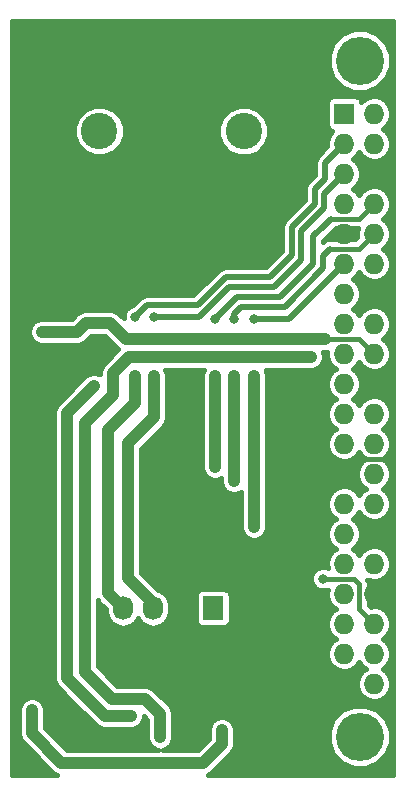
<source format=gbl>
G04 #@! TF.FileFunction,Copper,L2,Bot,Signal*
%FSLAX46Y46*%
G04 Gerber Fmt 4.6, Leading zero omitted, Abs format (unit mm)*
G04 Created by KiCad (PCBNEW 4.0.0-rc1-stable) date 24.2.2017 9:52:46*
%MOMM*%
G01*
G04 APERTURE LIST*
%ADD10C,0.100000*%
%ADD11R,1.727200X1.727200*%
%ADD12O,1.727200X1.727200*%
%ADD13C,4.064000*%
%ADD14O,3.400000X2.200000*%
%ADD15R,1.727200X2.032000*%
%ADD16O,1.727200X2.032000*%
%ADD17C,3.080000*%
%ADD18C,0.800000*%
%ADD19C,1.000000*%
%ADD20C,0.200000*%
%ADD21C,0.400000*%
%ADD22C,0.500000*%
G04 APERTURE END LIST*
D10*
D11*
X28800000Y56640000D03*
D12*
X31340000Y56640000D03*
X28800000Y54100000D03*
X31340000Y54100000D03*
X28800000Y51560000D03*
X31340000Y51560000D03*
X28800000Y49020000D03*
X31340000Y49020000D03*
X28800000Y46480000D03*
X31340000Y46480000D03*
X28800000Y43940000D03*
X31340000Y43940000D03*
X28800000Y41400000D03*
X31340000Y41400000D03*
X28800000Y38860000D03*
X31340000Y38860000D03*
X28800000Y36320000D03*
X31340000Y36320000D03*
X28800000Y33780000D03*
X31340000Y33780000D03*
X28800000Y31240000D03*
X31340000Y31240000D03*
X28800000Y28700000D03*
X31340000Y28700000D03*
X28800000Y26160000D03*
X31340000Y26160000D03*
X28800000Y23620000D03*
X31340000Y23620000D03*
X28800000Y21080000D03*
X31340000Y21080000D03*
X28800000Y18540000D03*
X31340000Y18540000D03*
X28800000Y16000000D03*
X31340000Y16000000D03*
X28800000Y13460000D03*
X31340000Y13460000D03*
X28800000Y10920000D03*
X31340000Y10920000D03*
X28800000Y8380000D03*
X31340000Y8380000D03*
D13*
X30115000Y3880000D03*
X30110000Y61140000D03*
D14*
X2510000Y15320000D03*
D15*
X17710000Y14770000D03*
D16*
X15170000Y14770000D03*
X12630000Y14770000D03*
X10090000Y14770000D03*
D14*
X25310000Y15320000D03*
D17*
X20290000Y55160000D03*
X22830000Y52610000D03*
X17750000Y52610000D03*
X22830000Y57710000D03*
X17750000Y57710000D03*
X8070000Y55170000D03*
X10610000Y52620000D03*
X5530000Y52620000D03*
X10610000Y57720000D03*
X5530000Y57720000D03*
D18*
X2380000Y6150000D03*
X18420000Y4480000D03*
X15760700Y34450020D03*
X14450060Y34460180D03*
X21550000Y16270000D03*
X17860000Y20760000D03*
X15760000Y25340000D03*
X15360000Y28080000D03*
X15760000Y23020000D03*
X20050000Y18340000D03*
X21440000Y13240000D03*
X13300000Y25350000D03*
X14400000Y31220000D03*
X13290000Y28180000D03*
X13300000Y23030000D03*
X23470000Y11300000D03*
X26630000Y9640000D03*
X20690000Y9660000D03*
X22680000Y3370000D03*
X2500000Y1750000D03*
X25310000Y28030000D03*
X3240000Y19140000D03*
X3400000Y43270000D03*
X9670000Y46970000D03*
X8100000Y48540000D03*
X6380000Y50260000D03*
X7190000Y49450000D03*
X8930000Y47710000D03*
X10370000Y46270000D03*
X12620000Y49470000D03*
X14200000Y47890000D03*
X15780000Y49480000D03*
X16590000Y50290000D03*
X14970000Y48660000D03*
X13410000Y48680000D03*
X11910000Y50180000D03*
X19150000Y47170000D03*
X20650000Y48670000D03*
X22100000Y50120000D03*
X21320000Y49340000D03*
X19890000Y47910000D03*
X18460000Y46480000D03*
X15770000Y31200000D03*
X7700000Y37440000D03*
X2030000Y26770000D03*
X11840000Y9370000D03*
X15540000Y4480000D03*
X25981660Y36034980D03*
X13240000Y3860000D03*
X11120000Y39450000D03*
X11127740Y34460180D03*
X12680000Y39440000D03*
X12677140Y34465260D03*
X7620000Y33620000D03*
X10740000Y5620000D03*
X17884140Y34465260D03*
X17890000Y39230000D03*
X17890000Y26750000D03*
X19458940Y34465260D03*
X19460000Y39250000D03*
X19460000Y25500000D03*
X21186140Y34450020D03*
X21180000Y39250000D03*
X21180000Y21680000D03*
X27020000Y17270000D03*
X3248660Y38190000D03*
D19*
X2380000Y6150000D02*
X2380000Y4180000D01*
X18420000Y3270000D02*
X18420000Y4480000D01*
X16850000Y1700000D02*
X18420000Y3270000D01*
X4860000Y1700000D02*
X16850000Y1700000D01*
X2380000Y4180000D02*
X4860000Y1700000D01*
X15760700Y34450020D02*
X15760000Y34450020D01*
X15760000Y34450020D02*
X15760700Y34450020D01*
X15760700Y34450020D02*
X15760000Y34450020D01*
X14450060Y34460180D02*
X14450000Y34460180D01*
X14450000Y34460180D02*
X14450060Y34460180D01*
X14450060Y34460180D02*
X14450000Y34460180D01*
D20*
X20050000Y17770000D02*
X21550000Y16270000D01*
X15760000Y22860000D02*
X17860000Y20760000D01*
X15360000Y25740000D02*
X15760000Y25340000D01*
X15360000Y28080000D02*
X15360000Y25740000D01*
X15760000Y23020000D02*
X15760000Y22860000D01*
X20050000Y18340000D02*
X20050000Y17770000D01*
X13290000Y25360000D02*
X13300000Y25350000D01*
X14400000Y31220000D02*
X14400000Y29290000D01*
D19*
X14450000Y31270000D02*
X14400000Y31220000D01*
X14450000Y34460180D02*
X14450000Y31270000D01*
D20*
X14400000Y29290000D02*
X13290000Y28180000D01*
X13290000Y28180000D02*
X13290000Y25360000D01*
X20720000Y9630000D02*
X20720000Y9620000D01*
X20690000Y9660000D02*
X20720000Y9630000D01*
X25310000Y28030000D02*
X25310000Y28040000D01*
X3400000Y43270000D02*
X3400000Y43260000D01*
X10370000Y46270000D02*
X9670000Y46970000D01*
X8930000Y47710000D02*
X8100000Y48540000D01*
X7190000Y49450000D02*
X6380000Y50260000D01*
X15780000Y49480000D02*
X16590000Y50290000D01*
X14200000Y47890000D02*
X14970000Y48660000D01*
X12620000Y49470000D02*
X13410000Y48680000D01*
X18460000Y46480000D02*
X19150000Y47170000D01*
X19890000Y47910000D02*
X20650000Y48670000D01*
X21320000Y49340000D02*
X22100000Y50120000D01*
D19*
X15760000Y31210000D02*
X15770000Y31200000D01*
X15760000Y34450020D02*
X15760000Y31210000D01*
D21*
X31340000Y41400000D02*
X31370000Y41370000D01*
X31370000Y41370000D02*
X32820000Y41370000D01*
X31340000Y51560000D02*
X32820000Y50080000D01*
X32820000Y50080000D02*
X32820000Y41370000D01*
X32820000Y41370000D02*
X32820000Y39920000D01*
X32820000Y39920000D02*
X32820000Y35260000D01*
X32820000Y35260000D02*
X31340000Y33780000D01*
X28800000Y26160000D02*
X30070000Y27430000D01*
X30070000Y27430000D02*
X32810000Y27430000D01*
X31340000Y33780000D02*
X32810000Y32310000D01*
X32810000Y32310000D02*
X32810000Y27430000D01*
X32810000Y22550000D02*
X31340000Y21080000D01*
X32810000Y27430000D02*
X32810000Y22550000D01*
X31340000Y21080000D02*
X32810000Y19610000D01*
X32810000Y17470000D02*
X31340000Y16000000D01*
X32810000Y19610000D02*
X32810000Y17470000D01*
D19*
X2030000Y31770000D02*
X7700000Y37440000D01*
X2030000Y26770000D02*
X2030000Y31770000D01*
X15170000Y9370000D02*
X11840000Y9370000D01*
X15170000Y9370000D02*
X15180000Y9370000D01*
X15180000Y9370000D02*
X15170000Y9370000D01*
X15170000Y4850000D02*
X15540000Y4480000D01*
X15170000Y14770000D02*
X15170000Y9370000D01*
X15170000Y9370000D02*
X15170000Y4850000D01*
X15170000Y14770000D02*
X15170000Y15530000D01*
X15170000Y15530000D02*
X16410000Y16770000D01*
X16410000Y16770000D02*
X19010000Y16770000D01*
X19010000Y16770000D02*
X20460000Y15320000D01*
X20460000Y15320000D02*
X25310000Y15320000D01*
X17750000Y57710000D02*
X22830000Y57710000D01*
X5530000Y57720000D02*
X10610000Y57720000D01*
X9200000Y32790000D02*
X9200000Y34676200D01*
X10558780Y36034980D02*
X22816820Y36034980D01*
X9200000Y34676200D02*
X10558780Y36034980D01*
X22816820Y36034980D02*
X25981660Y36034980D01*
X9200000Y34183320D02*
X9200000Y32790000D01*
X13240000Y3860000D02*
X13240000Y5790000D01*
X6830000Y9390000D02*
X6830000Y11030000D01*
X9140000Y7080000D02*
X6830000Y9390000D01*
X11950000Y7080000D02*
X9140000Y7080000D01*
X13240000Y5790000D02*
X11950000Y7080000D01*
X6830000Y11030000D02*
X6830000Y30420000D01*
X6830000Y30420000D02*
X9200000Y32790000D01*
D22*
X12100000Y40430000D02*
X16390000Y40430000D01*
X16390000Y40430000D02*
X18760000Y42800000D01*
X18760000Y42800000D02*
X22530000Y42800000D01*
X22530000Y42800000D02*
X24370000Y44640000D01*
X24370000Y44640000D02*
X24370000Y47040000D01*
X24370000Y47040000D02*
X26300000Y48970000D01*
X26300000Y48970000D02*
X26300000Y50230000D01*
X26300000Y50230000D02*
X27190000Y51120000D01*
X27190000Y51120000D02*
X27190000Y52490000D01*
X28800000Y54100000D02*
X27190000Y52490000D01*
X11120000Y39450000D02*
X12100000Y40430000D01*
D19*
X11127740Y34460180D02*
X11130000Y34460180D01*
X11130000Y34460180D02*
X11127740Y34460180D01*
X11127740Y34460180D02*
X11130000Y34460180D01*
X8830000Y29870000D02*
X11130000Y32170000D01*
X11130000Y32170000D02*
X11130000Y34460180D01*
X10090000Y14770000D02*
X8830000Y16030000D01*
X8830000Y29870000D02*
X8830000Y16030000D01*
D22*
X16530000Y39440000D02*
X19070000Y41980000D01*
X19070000Y41980000D02*
X22860000Y41980000D01*
X22860000Y41980000D02*
X25140000Y44260000D01*
X25140000Y44260000D02*
X25140000Y46680000D01*
X25140000Y46680000D02*
X27080000Y48620000D01*
X27080000Y48620000D02*
X27080000Y49840000D01*
X28800000Y51560000D02*
X27080000Y49840000D01*
X12680000Y39440000D02*
X16530000Y39440000D01*
D19*
X12677140Y34465260D02*
X12680000Y34465260D01*
X12680000Y34465260D02*
X12677140Y34465260D01*
X12677140Y34465260D02*
X12680000Y34465260D01*
X10500000Y17320000D02*
X10500000Y28740000D01*
X12630000Y15190000D02*
X10500000Y17320000D01*
X12680000Y30920000D02*
X12680000Y34465260D01*
X10500000Y28740000D02*
X12680000Y30920000D01*
X12630000Y14770000D02*
X12630000Y15190000D01*
X7620000Y33620000D02*
X5310000Y31310000D01*
X5310000Y8840000D02*
X6490000Y7660000D01*
X5310000Y31310000D02*
X5310000Y8840000D01*
X6490000Y7660000D02*
X8530000Y5620000D01*
X8530000Y5620000D02*
X10740000Y5620000D01*
X17884140Y34465260D02*
X17890000Y34465260D01*
X17890000Y34465260D02*
X17884140Y34465260D01*
X17884140Y34465260D02*
X17890000Y34465260D01*
D22*
X19740000Y41080000D02*
X23330000Y41080000D01*
X23330000Y41080000D02*
X26170000Y43920000D01*
X26170000Y43920000D02*
X26170000Y46250000D01*
X27670000Y47750000D02*
X26170000Y46250000D01*
X17890000Y39230000D02*
X19740000Y41080000D01*
D19*
X17890000Y34465260D02*
X17890000Y26750000D01*
D21*
X31340000Y49020000D02*
X30070000Y47750000D01*
X27670000Y47750000D02*
X26880000Y46960000D01*
X30070000Y47750000D02*
X27670000Y47750000D01*
D19*
X19458940Y34465260D02*
X19460000Y34465260D01*
X19460000Y34465260D02*
X19458940Y34465260D01*
X19458940Y34465260D02*
X19460000Y34465260D01*
D21*
X30070000Y45210000D02*
X27620000Y45210000D01*
X31340000Y46480000D02*
X30070000Y45210000D01*
D22*
X19460000Y39660000D02*
X20100000Y40300000D01*
X20100000Y40300000D02*
X23760000Y40300000D01*
X23760000Y40300000D02*
X27020000Y43560000D01*
X27020000Y43560000D02*
X27020000Y44610000D01*
X27020000Y44610000D02*
X27620000Y45210000D01*
X19460000Y39250000D02*
X19460000Y39660000D01*
D19*
X19460000Y25500000D02*
X19460000Y34465260D01*
X21186140Y34450020D02*
X21180000Y34450020D01*
X21180000Y34450020D02*
X21186140Y34450020D01*
X21186140Y34450020D02*
X21180000Y34450020D01*
D22*
X28800000Y43940000D02*
X24110000Y39250000D01*
X21180000Y39250000D02*
X24110000Y39250000D01*
D19*
X21180000Y34450020D02*
X21180000Y21680000D01*
D21*
X28280000Y17270000D02*
X27020000Y17270000D01*
X30070000Y16790000D02*
X29590000Y17270000D01*
X29590000Y17270000D02*
X28280000Y17270000D01*
X30070000Y15690000D02*
X30070000Y16790000D01*
X31340000Y13460000D02*
X30070000Y14730000D01*
X30070000Y14730000D02*
X30070000Y15690000D01*
X30070000Y15690000D02*
X30070000Y16390000D01*
D19*
X3248660Y38190000D02*
X6175840Y38190000D01*
D21*
X30070540Y37589460D02*
X31340000Y36320000D01*
X30070540Y37589460D02*
X27772360Y37589460D01*
X27772360Y37589460D02*
X27195780Y37589460D01*
D19*
X27150060Y37543740D02*
X27195780Y37589460D01*
X10358120Y37543740D02*
X27150060Y37543740D01*
X8978900Y38922960D02*
X10358120Y37543740D01*
X6908800Y38922960D02*
X8978900Y38922960D01*
X6175840Y38190000D02*
X6908800Y38922960D01*
D21*
X3248660Y38190000D02*
X3248660Y38183820D01*
G36*
X32905000Y675000D02*
X17227048Y675000D01*
X17270952Y683733D01*
X17627817Y922183D01*
X19197817Y2492182D01*
X19403494Y2800000D01*
X19436267Y2849048D01*
X19520000Y3270000D01*
X19520000Y3358760D01*
X27482544Y3358760D01*
X27882398Y2391039D01*
X28622145Y1650000D01*
X29589166Y1248458D01*
X30636240Y1247544D01*
X31603961Y1647398D01*
X32345000Y2387145D01*
X32746542Y3354166D01*
X32747456Y4401240D01*
X32347602Y5368961D01*
X31607855Y6110000D01*
X30640834Y6511542D01*
X29593760Y6512456D01*
X28626039Y6112602D01*
X27885000Y5372855D01*
X27483458Y4405834D01*
X27482544Y3358760D01*
X19520000Y3358760D01*
X19520000Y4480000D01*
X19436267Y4900952D01*
X19197817Y5257817D01*
X18840952Y5496267D01*
X18420000Y5580000D01*
X17999048Y5496267D01*
X17642183Y5257817D01*
X17403733Y4900952D01*
X17320000Y4480000D01*
X17320000Y3725635D01*
X16394366Y2800000D01*
X13441093Y2800000D01*
X13660952Y2843733D01*
X14017817Y3082183D01*
X14256267Y3439048D01*
X14340000Y3860000D01*
X14340000Y5790000D01*
X14256267Y6210952D01*
X14131408Y6397817D01*
X14017817Y6567818D01*
X12727817Y7857817D01*
X12727816Y7857818D01*
X12370952Y8096267D01*
X11950000Y8180000D01*
X9595635Y8180000D01*
X7930000Y9845634D01*
X7930000Y15435042D01*
X7964204Y15383853D01*
X8052183Y15252183D01*
X8626400Y14677966D01*
X8626400Y14585941D01*
X8737810Y14025846D01*
X9055079Y13551020D01*
X9529905Y13233751D01*
X10090000Y13122341D01*
X10650095Y13233751D01*
X11124921Y13551020D01*
X11360000Y13902840D01*
X11595079Y13551020D01*
X12069905Y13233751D01*
X12630000Y13122341D01*
X13190095Y13233751D01*
X13664921Y13551020D01*
X13982190Y14025846D01*
X14093600Y14585941D01*
X14093600Y14954059D01*
X13982190Y15514154D01*
X13800549Y15786000D01*
X16234646Y15786000D01*
X16234646Y13754000D01*
X16276483Y13531654D01*
X16407890Y13327442D01*
X16608393Y13190444D01*
X16846400Y13142246D01*
X18573600Y13142246D01*
X18795946Y13184083D01*
X19000158Y13315490D01*
X19137156Y13515993D01*
X19185354Y13754000D01*
X19185354Y15786000D01*
X19143517Y16008346D01*
X19012110Y16212558D01*
X18811607Y16349556D01*
X18573600Y16397754D01*
X16846400Y16397754D01*
X16624054Y16355917D01*
X16419842Y16224510D01*
X16282844Y16024007D01*
X16234646Y15786000D01*
X13800549Y15786000D01*
X13664921Y15988980D01*
X13190095Y16306249D01*
X13039413Y16336221D01*
X11600000Y17775634D01*
X11600000Y28284366D01*
X13457818Y30142183D01*
X13696268Y30499049D01*
X13780000Y30920000D01*
X13780000Y34465260D01*
X13696267Y34886212D01*
X13663681Y34934980D01*
X16900459Y34934980D01*
X16867873Y34886212D01*
X16784140Y34465260D01*
X16790000Y34435800D01*
X16790000Y26750000D01*
X16873733Y26329048D01*
X17112183Y25972183D01*
X17469048Y25733733D01*
X17890000Y25650000D01*
X18310952Y25733733D01*
X18360000Y25766506D01*
X18360000Y25500000D01*
X18443733Y25079048D01*
X18682183Y24722183D01*
X19039048Y24483733D01*
X19460000Y24400000D01*
X19880952Y24483733D01*
X20080000Y24616733D01*
X20080000Y21680000D01*
X20163733Y21259048D01*
X20402183Y20902183D01*
X20759048Y20663733D01*
X21180000Y20580000D01*
X21600952Y20663733D01*
X21957817Y20902183D01*
X22196267Y21259048D01*
X22280000Y21680000D01*
X22280000Y34419152D01*
X22286140Y34450020D01*
X22202407Y34870972D01*
X22159638Y34934980D01*
X25981660Y34934980D01*
X26402612Y35018713D01*
X26759477Y35257163D01*
X26997927Y35614028D01*
X27081660Y36034980D01*
X27000352Y36443740D01*
X27150060Y36443740D01*
X27363765Y36486249D01*
X27336400Y36348674D01*
X27336400Y36291326D01*
X27447810Y35731231D01*
X27765079Y35256405D01*
X28073986Y35050000D01*
X27765079Y34843595D01*
X27447810Y34368769D01*
X27336400Y33808674D01*
X27336400Y33751326D01*
X27447810Y33191231D01*
X27765079Y32716405D01*
X28073986Y32510000D01*
X27765079Y32303595D01*
X27447810Y31828769D01*
X27336400Y31268674D01*
X27336400Y31211326D01*
X27447810Y30651231D01*
X27765079Y30176405D01*
X28073986Y29970000D01*
X27765079Y29763595D01*
X27447810Y29288769D01*
X27336400Y28728674D01*
X27336400Y28671326D01*
X27447810Y28111231D01*
X27765079Y27636405D01*
X28239905Y27319136D01*
X28800000Y27207726D01*
X29360095Y27319136D01*
X29834921Y27636405D01*
X30070000Y27988225D01*
X30305079Y27636405D01*
X30613986Y27430000D01*
X30305079Y27223595D01*
X29987810Y26748769D01*
X29876400Y26188674D01*
X29876400Y26131326D01*
X29987810Y25571231D01*
X30305079Y25096405D01*
X30613986Y24890000D01*
X30305079Y24683595D01*
X30070000Y24331775D01*
X29834921Y24683595D01*
X29360095Y25000864D01*
X28800000Y25112274D01*
X28239905Y25000864D01*
X27765079Y24683595D01*
X27447810Y24208769D01*
X27336400Y23648674D01*
X27336400Y23591326D01*
X27447810Y23031231D01*
X27765079Y22556405D01*
X28073986Y22350000D01*
X27765079Y22143595D01*
X27447810Y21668769D01*
X27336400Y21108674D01*
X27336400Y21051326D01*
X27447810Y20491231D01*
X27765079Y20016405D01*
X28073986Y19810000D01*
X27765079Y19603595D01*
X27447810Y19128769D01*
X27336400Y18568674D01*
X27336400Y18511326D01*
X27399261Y18195301D01*
X27219785Y18269826D01*
X26821960Y18270173D01*
X26454286Y18118253D01*
X26172736Y17837194D01*
X26020174Y17469785D01*
X26019827Y17071960D01*
X26171747Y16704286D01*
X26452806Y16422736D01*
X26820215Y16270174D01*
X27218040Y16269827D01*
X27399263Y16344707D01*
X27336400Y16028674D01*
X27336400Y15971326D01*
X27447810Y15411231D01*
X27765079Y14936405D01*
X28073986Y14730000D01*
X27765079Y14523595D01*
X27447810Y14048769D01*
X27336400Y13488674D01*
X27336400Y13431326D01*
X27447810Y12871231D01*
X27765079Y12396405D01*
X28073986Y12190000D01*
X27765079Y11983595D01*
X27447810Y11508769D01*
X27336400Y10948674D01*
X27336400Y10891326D01*
X27447810Y10331231D01*
X27765079Y9856405D01*
X28239905Y9539136D01*
X28800000Y9427726D01*
X29360095Y9539136D01*
X29834921Y9856405D01*
X30070000Y10208225D01*
X30305079Y9856405D01*
X30613986Y9650000D01*
X30305079Y9443595D01*
X29987810Y8968769D01*
X29876400Y8408674D01*
X29876400Y8351326D01*
X29987810Y7791231D01*
X30305079Y7316405D01*
X30779905Y6999136D01*
X31340000Y6887726D01*
X31900095Y6999136D01*
X32374921Y7316405D01*
X32692190Y7791231D01*
X32803600Y8351326D01*
X32803600Y8408674D01*
X32692190Y8968769D01*
X32374921Y9443595D01*
X32066014Y9650000D01*
X32374921Y9856405D01*
X32692190Y10331231D01*
X32803600Y10891326D01*
X32803600Y10948674D01*
X32692190Y11508769D01*
X32374921Y11983595D01*
X32066014Y12190000D01*
X32374921Y12396405D01*
X32692190Y12871231D01*
X32803600Y13431326D01*
X32803600Y13488674D01*
X32692190Y14048769D01*
X32374921Y14523595D01*
X31900095Y14840864D01*
X31340000Y14952274D01*
X31038974Y14892396D01*
X30870000Y15061370D01*
X30870000Y16790000D01*
X30809104Y17096147D01*
X30756620Y17174695D01*
X30779905Y17159136D01*
X31340000Y17047726D01*
X31900095Y17159136D01*
X32374921Y17476405D01*
X32692190Y17951231D01*
X32803600Y18511326D01*
X32803600Y18568674D01*
X32692190Y19128769D01*
X32374921Y19603595D01*
X31900095Y19920864D01*
X31340000Y20032274D01*
X30779905Y19920864D01*
X30305079Y19603595D01*
X30070000Y19251775D01*
X29834921Y19603595D01*
X29526014Y19810000D01*
X29834921Y20016405D01*
X30152190Y20491231D01*
X30263600Y21051326D01*
X30263600Y21108674D01*
X30152190Y21668769D01*
X29834921Y22143595D01*
X29526014Y22350000D01*
X29834921Y22556405D01*
X30070000Y22908225D01*
X30305079Y22556405D01*
X30779905Y22239136D01*
X31340000Y22127726D01*
X31900095Y22239136D01*
X32374921Y22556405D01*
X32692190Y23031231D01*
X32803600Y23591326D01*
X32803600Y23648674D01*
X32692190Y24208769D01*
X32374921Y24683595D01*
X32066014Y24890000D01*
X32374921Y25096405D01*
X32692190Y25571231D01*
X32803600Y26131326D01*
X32803600Y26188674D01*
X32692190Y26748769D01*
X32374921Y27223595D01*
X32066014Y27430000D01*
X32374921Y27636405D01*
X32692190Y28111231D01*
X32803600Y28671326D01*
X32803600Y28728674D01*
X32692190Y29288769D01*
X32374921Y29763595D01*
X32066014Y29970000D01*
X32374921Y30176405D01*
X32692190Y30651231D01*
X32803600Y31211326D01*
X32803600Y31268674D01*
X32692190Y31828769D01*
X32374921Y32303595D01*
X31900095Y32620864D01*
X31340000Y32732274D01*
X30779905Y32620864D01*
X30305079Y32303595D01*
X30070000Y31951775D01*
X29834921Y32303595D01*
X29526014Y32510000D01*
X29834921Y32716405D01*
X30152190Y33191231D01*
X30263600Y33751326D01*
X30263600Y33808674D01*
X30152190Y34368769D01*
X29834921Y34843595D01*
X29526014Y35050000D01*
X29834921Y35256405D01*
X30070000Y35608225D01*
X30305079Y35256405D01*
X30779905Y34939136D01*
X31340000Y34827726D01*
X31900095Y34939136D01*
X32374921Y35256405D01*
X32692190Y35731231D01*
X32803600Y36291326D01*
X32803600Y36348674D01*
X32692190Y36908769D01*
X32374921Y37383595D01*
X32066014Y37590000D01*
X32374921Y37796405D01*
X32692190Y38271231D01*
X32803600Y38831326D01*
X32803600Y38888674D01*
X32692190Y39448769D01*
X32374921Y39923595D01*
X31900095Y40240864D01*
X31340000Y40352274D01*
X30779905Y40240864D01*
X30305079Y39923595D01*
X30070000Y39571775D01*
X29834921Y39923595D01*
X29526014Y40130000D01*
X29834921Y40336405D01*
X30152190Y40811231D01*
X30263600Y41371326D01*
X30263600Y41428674D01*
X30152190Y41988769D01*
X29834921Y42463595D01*
X29526014Y42670000D01*
X29834921Y42876405D01*
X30070000Y43228225D01*
X30305079Y42876405D01*
X30779905Y42559136D01*
X31340000Y42447726D01*
X31900095Y42559136D01*
X32374921Y42876405D01*
X32692190Y43351231D01*
X32803600Y43911326D01*
X32803600Y43968674D01*
X32692190Y44528769D01*
X32374921Y45003595D01*
X32066014Y45210000D01*
X32374921Y45416405D01*
X32692190Y45891231D01*
X32803600Y46451326D01*
X32803600Y46508674D01*
X32692190Y47068769D01*
X32374921Y47543595D01*
X32066014Y47750000D01*
X32374921Y47956405D01*
X32692190Y48431231D01*
X32803600Y48991326D01*
X32803600Y49048674D01*
X32692190Y49608769D01*
X32374921Y50083595D01*
X31900095Y50400864D01*
X31340000Y50512274D01*
X30779905Y50400864D01*
X30305079Y50083595D01*
X30070000Y49731775D01*
X29834921Y50083595D01*
X29526014Y50290000D01*
X29834921Y50496405D01*
X30152190Y50971231D01*
X30263600Y51531326D01*
X30263600Y51588674D01*
X30152190Y52148769D01*
X29834921Y52623595D01*
X29526014Y52830000D01*
X29834921Y53036405D01*
X30070000Y53388225D01*
X30305079Y53036405D01*
X30779905Y52719136D01*
X31340000Y52607726D01*
X31900095Y52719136D01*
X32374921Y53036405D01*
X32692190Y53511231D01*
X32803600Y54071326D01*
X32803600Y54128674D01*
X32692190Y54688769D01*
X32374921Y55163595D01*
X32066014Y55370000D01*
X32374921Y55576405D01*
X32692190Y56051231D01*
X32803600Y56611326D01*
X32803600Y56668674D01*
X32692190Y57228769D01*
X32374921Y57703595D01*
X31900095Y58020864D01*
X31340000Y58132274D01*
X30779905Y58020864D01*
X30305079Y57703595D01*
X30252523Y57624939D01*
X30233517Y57725946D01*
X30102110Y57930158D01*
X29901607Y58067156D01*
X29663600Y58115354D01*
X27936400Y58115354D01*
X27714054Y58073517D01*
X27509842Y57942110D01*
X27372844Y57741607D01*
X27324646Y57503600D01*
X27324646Y55776400D01*
X27366483Y55554054D01*
X27497890Y55349842D01*
X27698393Y55212844D01*
X27806132Y55191026D01*
X27765079Y55163595D01*
X27447810Y54688769D01*
X27336400Y54128674D01*
X27336400Y54071326D01*
X27375031Y53877113D01*
X26588959Y53091041D01*
X26404702Y52815281D01*
X26340000Y52490000D01*
X26340000Y51472082D01*
X25698959Y50831041D01*
X25514702Y50555281D01*
X25450000Y50230000D01*
X25450000Y49322082D01*
X23768959Y47641041D01*
X23584702Y47365281D01*
X23520000Y47040000D01*
X23520000Y44992082D01*
X22177918Y43650000D01*
X18760000Y43650000D01*
X18434719Y43585298D01*
X18158959Y43401041D01*
X16037918Y41280000D01*
X12100000Y41280000D01*
X11774719Y41215298D01*
X11498959Y41031041D01*
X10915367Y40447449D01*
X10554286Y40298253D01*
X10272736Y40017194D01*
X10120174Y39649785D01*
X10119902Y39337593D01*
X9756717Y39700777D01*
X9612419Y39797194D01*
X9399852Y39939227D01*
X8978900Y40022960D01*
X6908800Y40022960D01*
X6487848Y39939227D01*
X6275281Y39797194D01*
X6130983Y39700777D01*
X5720206Y39290000D01*
X3248660Y39290000D01*
X2827708Y39206267D01*
X2470843Y38967817D01*
X2232393Y38610952D01*
X2148660Y38190000D01*
X2232393Y37769048D01*
X2470843Y37412183D01*
X2827708Y37173733D01*
X3248660Y37090000D01*
X6175840Y37090000D01*
X6596792Y37173733D01*
X6953657Y37412183D01*
X7364434Y37822960D01*
X8523266Y37822960D01*
X9580303Y36765922D01*
X9672490Y36704325D01*
X8422183Y35454017D01*
X8183733Y35097152D01*
X8100000Y34676200D01*
X8100000Y34596812D01*
X8040951Y34636267D01*
X7620000Y34719999D01*
X7199048Y34636267D01*
X6842182Y34397817D01*
X4532183Y32087817D01*
X4293733Y31730952D01*
X4210000Y31310000D01*
X4210000Y8840000D01*
X4293733Y8419048D01*
X4453460Y8180000D01*
X4532183Y8062183D01*
X5712183Y6882183D01*
X7752183Y4842182D01*
X8109049Y4603732D01*
X8530000Y4520000D01*
X10740000Y4520000D01*
X11160952Y4603733D01*
X11517817Y4842183D01*
X11756267Y5199048D01*
X11840000Y5620000D01*
X11836433Y5637932D01*
X12140000Y5334365D01*
X12140000Y3860000D01*
X12223733Y3439048D01*
X12462183Y3082183D01*
X12819048Y2843733D01*
X13038907Y2800000D01*
X5315635Y2800000D01*
X3480000Y4635634D01*
X3480000Y6150000D01*
X3396267Y6570952D01*
X3157817Y6927817D01*
X2800952Y7166267D01*
X2380000Y7250000D01*
X1959048Y7166267D01*
X1602183Y6927817D01*
X1363733Y6570952D01*
X1280000Y6150000D01*
X1280000Y4180000D01*
X1363733Y3759048D01*
X1448793Y3631747D01*
X1602183Y3402183D01*
X4082183Y922182D01*
X4439049Y683732D01*
X4482948Y675000D01*
X675000Y675000D01*
X675000Y54746195D01*
X5929629Y54746195D01*
X6254739Y53959371D01*
X6856205Y53356854D01*
X7642460Y53030372D01*
X8493805Y53029629D01*
X9280629Y53354739D01*
X9883146Y53956205D01*
X10207026Y54736195D01*
X18149629Y54736195D01*
X18474739Y53949371D01*
X19076205Y53346854D01*
X19862460Y53020372D01*
X20713805Y53019629D01*
X21500629Y53344739D01*
X22103146Y53946205D01*
X22429628Y54732460D01*
X22430371Y55583805D01*
X22105261Y56370629D01*
X21503795Y56973146D01*
X20717540Y57299628D01*
X19866195Y57300371D01*
X19079371Y56975261D01*
X18476854Y56373795D01*
X18150372Y55587540D01*
X18149629Y54736195D01*
X10207026Y54736195D01*
X10209628Y54742460D01*
X10210371Y55593805D01*
X9885261Y56380629D01*
X9283795Y56983146D01*
X8497540Y57309628D01*
X7646195Y57310371D01*
X6859371Y56985261D01*
X6256854Y56383795D01*
X5930372Y55597540D01*
X5929629Y54746195D01*
X675000Y54746195D01*
X675000Y60618760D01*
X27477544Y60618760D01*
X27877398Y59651039D01*
X28617145Y58910000D01*
X29584166Y58508458D01*
X30631240Y58507544D01*
X31598961Y58907398D01*
X32340000Y59647145D01*
X32741542Y60614166D01*
X32742456Y61661240D01*
X32342602Y62628961D01*
X31602855Y63370000D01*
X30635834Y63771542D01*
X29588760Y63772456D01*
X28621039Y63372602D01*
X27880000Y62632855D01*
X27478458Y61665834D01*
X27477544Y60618760D01*
X675000Y60618760D01*
X675000Y64475000D01*
X32905000Y64475000D01*
X32905000Y675000D01*
X32905000Y675000D01*
G37*
X32905000Y675000D02*
X17227048Y675000D01*
X17270952Y683733D01*
X17627817Y922183D01*
X19197817Y2492182D01*
X19403494Y2800000D01*
X19436267Y2849048D01*
X19520000Y3270000D01*
X19520000Y3358760D01*
X27482544Y3358760D01*
X27882398Y2391039D01*
X28622145Y1650000D01*
X29589166Y1248458D01*
X30636240Y1247544D01*
X31603961Y1647398D01*
X32345000Y2387145D01*
X32746542Y3354166D01*
X32747456Y4401240D01*
X32347602Y5368961D01*
X31607855Y6110000D01*
X30640834Y6511542D01*
X29593760Y6512456D01*
X28626039Y6112602D01*
X27885000Y5372855D01*
X27483458Y4405834D01*
X27482544Y3358760D01*
X19520000Y3358760D01*
X19520000Y4480000D01*
X19436267Y4900952D01*
X19197817Y5257817D01*
X18840952Y5496267D01*
X18420000Y5580000D01*
X17999048Y5496267D01*
X17642183Y5257817D01*
X17403733Y4900952D01*
X17320000Y4480000D01*
X17320000Y3725635D01*
X16394366Y2800000D01*
X13441093Y2800000D01*
X13660952Y2843733D01*
X14017817Y3082183D01*
X14256267Y3439048D01*
X14340000Y3860000D01*
X14340000Y5790000D01*
X14256267Y6210952D01*
X14131408Y6397817D01*
X14017817Y6567818D01*
X12727817Y7857817D01*
X12727816Y7857818D01*
X12370952Y8096267D01*
X11950000Y8180000D01*
X9595635Y8180000D01*
X7930000Y9845634D01*
X7930000Y15435042D01*
X7964204Y15383853D01*
X8052183Y15252183D01*
X8626400Y14677966D01*
X8626400Y14585941D01*
X8737810Y14025846D01*
X9055079Y13551020D01*
X9529905Y13233751D01*
X10090000Y13122341D01*
X10650095Y13233751D01*
X11124921Y13551020D01*
X11360000Y13902840D01*
X11595079Y13551020D01*
X12069905Y13233751D01*
X12630000Y13122341D01*
X13190095Y13233751D01*
X13664921Y13551020D01*
X13982190Y14025846D01*
X14093600Y14585941D01*
X14093600Y14954059D01*
X13982190Y15514154D01*
X13800549Y15786000D01*
X16234646Y15786000D01*
X16234646Y13754000D01*
X16276483Y13531654D01*
X16407890Y13327442D01*
X16608393Y13190444D01*
X16846400Y13142246D01*
X18573600Y13142246D01*
X18795946Y13184083D01*
X19000158Y13315490D01*
X19137156Y13515993D01*
X19185354Y13754000D01*
X19185354Y15786000D01*
X19143517Y16008346D01*
X19012110Y16212558D01*
X18811607Y16349556D01*
X18573600Y16397754D01*
X16846400Y16397754D01*
X16624054Y16355917D01*
X16419842Y16224510D01*
X16282844Y16024007D01*
X16234646Y15786000D01*
X13800549Y15786000D01*
X13664921Y15988980D01*
X13190095Y16306249D01*
X13039413Y16336221D01*
X11600000Y17775634D01*
X11600000Y28284366D01*
X13457818Y30142183D01*
X13696268Y30499049D01*
X13780000Y30920000D01*
X13780000Y34465260D01*
X13696267Y34886212D01*
X13663681Y34934980D01*
X16900459Y34934980D01*
X16867873Y34886212D01*
X16784140Y34465260D01*
X16790000Y34435800D01*
X16790000Y26750000D01*
X16873733Y26329048D01*
X17112183Y25972183D01*
X17469048Y25733733D01*
X17890000Y25650000D01*
X18310952Y25733733D01*
X18360000Y25766506D01*
X18360000Y25500000D01*
X18443733Y25079048D01*
X18682183Y24722183D01*
X19039048Y24483733D01*
X19460000Y24400000D01*
X19880952Y24483733D01*
X20080000Y24616733D01*
X20080000Y21680000D01*
X20163733Y21259048D01*
X20402183Y20902183D01*
X20759048Y20663733D01*
X21180000Y20580000D01*
X21600952Y20663733D01*
X21957817Y20902183D01*
X22196267Y21259048D01*
X22280000Y21680000D01*
X22280000Y34419152D01*
X22286140Y34450020D01*
X22202407Y34870972D01*
X22159638Y34934980D01*
X25981660Y34934980D01*
X26402612Y35018713D01*
X26759477Y35257163D01*
X26997927Y35614028D01*
X27081660Y36034980D01*
X27000352Y36443740D01*
X27150060Y36443740D01*
X27363765Y36486249D01*
X27336400Y36348674D01*
X27336400Y36291326D01*
X27447810Y35731231D01*
X27765079Y35256405D01*
X28073986Y35050000D01*
X27765079Y34843595D01*
X27447810Y34368769D01*
X27336400Y33808674D01*
X27336400Y33751326D01*
X27447810Y33191231D01*
X27765079Y32716405D01*
X28073986Y32510000D01*
X27765079Y32303595D01*
X27447810Y31828769D01*
X27336400Y31268674D01*
X27336400Y31211326D01*
X27447810Y30651231D01*
X27765079Y30176405D01*
X28073986Y29970000D01*
X27765079Y29763595D01*
X27447810Y29288769D01*
X27336400Y28728674D01*
X27336400Y28671326D01*
X27447810Y28111231D01*
X27765079Y27636405D01*
X28239905Y27319136D01*
X28800000Y27207726D01*
X29360095Y27319136D01*
X29834921Y27636405D01*
X30070000Y27988225D01*
X30305079Y27636405D01*
X30613986Y27430000D01*
X30305079Y27223595D01*
X29987810Y26748769D01*
X29876400Y26188674D01*
X29876400Y26131326D01*
X29987810Y25571231D01*
X30305079Y25096405D01*
X30613986Y24890000D01*
X30305079Y24683595D01*
X30070000Y24331775D01*
X29834921Y24683595D01*
X29360095Y25000864D01*
X28800000Y25112274D01*
X28239905Y25000864D01*
X27765079Y24683595D01*
X27447810Y24208769D01*
X27336400Y23648674D01*
X27336400Y23591326D01*
X27447810Y23031231D01*
X27765079Y22556405D01*
X28073986Y22350000D01*
X27765079Y22143595D01*
X27447810Y21668769D01*
X27336400Y21108674D01*
X27336400Y21051326D01*
X27447810Y20491231D01*
X27765079Y20016405D01*
X28073986Y19810000D01*
X27765079Y19603595D01*
X27447810Y19128769D01*
X27336400Y18568674D01*
X27336400Y18511326D01*
X27399261Y18195301D01*
X27219785Y18269826D01*
X26821960Y18270173D01*
X26454286Y18118253D01*
X26172736Y17837194D01*
X26020174Y17469785D01*
X26019827Y17071960D01*
X26171747Y16704286D01*
X26452806Y16422736D01*
X26820215Y16270174D01*
X27218040Y16269827D01*
X27399263Y16344707D01*
X27336400Y16028674D01*
X27336400Y15971326D01*
X27447810Y15411231D01*
X27765079Y14936405D01*
X28073986Y14730000D01*
X27765079Y14523595D01*
X27447810Y14048769D01*
X27336400Y13488674D01*
X27336400Y13431326D01*
X27447810Y12871231D01*
X27765079Y12396405D01*
X28073986Y12190000D01*
X27765079Y11983595D01*
X27447810Y11508769D01*
X27336400Y10948674D01*
X27336400Y10891326D01*
X27447810Y10331231D01*
X27765079Y9856405D01*
X28239905Y9539136D01*
X28800000Y9427726D01*
X29360095Y9539136D01*
X29834921Y9856405D01*
X30070000Y10208225D01*
X30305079Y9856405D01*
X30613986Y9650000D01*
X30305079Y9443595D01*
X29987810Y8968769D01*
X29876400Y8408674D01*
X29876400Y8351326D01*
X29987810Y7791231D01*
X30305079Y7316405D01*
X30779905Y6999136D01*
X31340000Y6887726D01*
X31900095Y6999136D01*
X32374921Y7316405D01*
X32692190Y7791231D01*
X32803600Y8351326D01*
X32803600Y8408674D01*
X32692190Y8968769D01*
X32374921Y9443595D01*
X32066014Y9650000D01*
X32374921Y9856405D01*
X32692190Y10331231D01*
X32803600Y10891326D01*
X32803600Y10948674D01*
X32692190Y11508769D01*
X32374921Y11983595D01*
X32066014Y12190000D01*
X32374921Y12396405D01*
X32692190Y12871231D01*
X32803600Y13431326D01*
X32803600Y13488674D01*
X32692190Y14048769D01*
X32374921Y14523595D01*
X31900095Y14840864D01*
X31340000Y14952274D01*
X31038974Y14892396D01*
X30870000Y15061370D01*
X30870000Y16790000D01*
X30809104Y17096147D01*
X30756620Y17174695D01*
X30779905Y17159136D01*
X31340000Y17047726D01*
X31900095Y17159136D01*
X32374921Y17476405D01*
X32692190Y17951231D01*
X32803600Y18511326D01*
X32803600Y18568674D01*
X32692190Y19128769D01*
X32374921Y19603595D01*
X31900095Y19920864D01*
X31340000Y20032274D01*
X30779905Y19920864D01*
X30305079Y19603595D01*
X30070000Y19251775D01*
X29834921Y19603595D01*
X29526014Y19810000D01*
X29834921Y20016405D01*
X30152190Y20491231D01*
X30263600Y21051326D01*
X30263600Y21108674D01*
X30152190Y21668769D01*
X29834921Y22143595D01*
X29526014Y22350000D01*
X29834921Y22556405D01*
X30070000Y22908225D01*
X30305079Y22556405D01*
X30779905Y22239136D01*
X31340000Y22127726D01*
X31900095Y22239136D01*
X32374921Y22556405D01*
X32692190Y23031231D01*
X32803600Y23591326D01*
X32803600Y23648674D01*
X32692190Y24208769D01*
X32374921Y24683595D01*
X32066014Y24890000D01*
X32374921Y25096405D01*
X32692190Y25571231D01*
X32803600Y26131326D01*
X32803600Y26188674D01*
X32692190Y26748769D01*
X32374921Y27223595D01*
X32066014Y27430000D01*
X32374921Y27636405D01*
X32692190Y28111231D01*
X32803600Y28671326D01*
X32803600Y28728674D01*
X32692190Y29288769D01*
X32374921Y29763595D01*
X32066014Y29970000D01*
X32374921Y30176405D01*
X32692190Y30651231D01*
X32803600Y31211326D01*
X32803600Y31268674D01*
X32692190Y31828769D01*
X32374921Y32303595D01*
X31900095Y32620864D01*
X31340000Y32732274D01*
X30779905Y32620864D01*
X30305079Y32303595D01*
X30070000Y31951775D01*
X29834921Y32303595D01*
X29526014Y32510000D01*
X29834921Y32716405D01*
X30152190Y33191231D01*
X30263600Y33751326D01*
X30263600Y33808674D01*
X30152190Y34368769D01*
X29834921Y34843595D01*
X29526014Y35050000D01*
X29834921Y35256405D01*
X30070000Y35608225D01*
X30305079Y35256405D01*
X30779905Y34939136D01*
X31340000Y34827726D01*
X31900095Y34939136D01*
X32374921Y35256405D01*
X32692190Y35731231D01*
X32803600Y36291326D01*
X32803600Y36348674D01*
X32692190Y36908769D01*
X32374921Y37383595D01*
X32066014Y37590000D01*
X32374921Y37796405D01*
X32692190Y38271231D01*
X32803600Y38831326D01*
X32803600Y38888674D01*
X32692190Y39448769D01*
X32374921Y39923595D01*
X31900095Y40240864D01*
X31340000Y40352274D01*
X30779905Y40240864D01*
X30305079Y39923595D01*
X30070000Y39571775D01*
X29834921Y39923595D01*
X29526014Y40130000D01*
X29834921Y40336405D01*
X30152190Y40811231D01*
X30263600Y41371326D01*
X30263600Y41428674D01*
X30152190Y41988769D01*
X29834921Y42463595D01*
X29526014Y42670000D01*
X29834921Y42876405D01*
X30070000Y43228225D01*
X30305079Y42876405D01*
X30779905Y42559136D01*
X31340000Y42447726D01*
X31900095Y42559136D01*
X32374921Y42876405D01*
X32692190Y43351231D01*
X32803600Y43911326D01*
X32803600Y43968674D01*
X32692190Y44528769D01*
X32374921Y45003595D01*
X32066014Y45210000D01*
X32374921Y45416405D01*
X32692190Y45891231D01*
X32803600Y46451326D01*
X32803600Y46508674D01*
X32692190Y47068769D01*
X32374921Y47543595D01*
X32066014Y47750000D01*
X32374921Y47956405D01*
X32692190Y48431231D01*
X32803600Y48991326D01*
X32803600Y49048674D01*
X32692190Y49608769D01*
X32374921Y50083595D01*
X31900095Y50400864D01*
X31340000Y50512274D01*
X30779905Y50400864D01*
X30305079Y50083595D01*
X30070000Y49731775D01*
X29834921Y50083595D01*
X29526014Y50290000D01*
X29834921Y50496405D01*
X30152190Y50971231D01*
X30263600Y51531326D01*
X30263600Y51588674D01*
X30152190Y52148769D01*
X29834921Y52623595D01*
X29526014Y52830000D01*
X29834921Y53036405D01*
X30070000Y53388225D01*
X30305079Y53036405D01*
X30779905Y52719136D01*
X31340000Y52607726D01*
X31900095Y52719136D01*
X32374921Y53036405D01*
X32692190Y53511231D01*
X32803600Y54071326D01*
X32803600Y54128674D01*
X32692190Y54688769D01*
X32374921Y55163595D01*
X32066014Y55370000D01*
X32374921Y55576405D01*
X32692190Y56051231D01*
X32803600Y56611326D01*
X32803600Y56668674D01*
X32692190Y57228769D01*
X32374921Y57703595D01*
X31900095Y58020864D01*
X31340000Y58132274D01*
X30779905Y58020864D01*
X30305079Y57703595D01*
X30252523Y57624939D01*
X30233517Y57725946D01*
X30102110Y57930158D01*
X29901607Y58067156D01*
X29663600Y58115354D01*
X27936400Y58115354D01*
X27714054Y58073517D01*
X27509842Y57942110D01*
X27372844Y57741607D01*
X27324646Y57503600D01*
X27324646Y55776400D01*
X27366483Y55554054D01*
X27497890Y55349842D01*
X27698393Y55212844D01*
X27806132Y55191026D01*
X27765079Y55163595D01*
X27447810Y54688769D01*
X27336400Y54128674D01*
X27336400Y54071326D01*
X27375031Y53877113D01*
X26588959Y53091041D01*
X26404702Y52815281D01*
X26340000Y52490000D01*
X26340000Y51472082D01*
X25698959Y50831041D01*
X25514702Y50555281D01*
X25450000Y50230000D01*
X25450000Y49322082D01*
X23768959Y47641041D01*
X23584702Y47365281D01*
X23520000Y47040000D01*
X23520000Y44992082D01*
X22177918Y43650000D01*
X18760000Y43650000D01*
X18434719Y43585298D01*
X18158959Y43401041D01*
X16037918Y41280000D01*
X12100000Y41280000D01*
X11774719Y41215298D01*
X11498959Y41031041D01*
X10915367Y40447449D01*
X10554286Y40298253D01*
X10272736Y40017194D01*
X10120174Y39649785D01*
X10119902Y39337593D01*
X9756717Y39700777D01*
X9612419Y39797194D01*
X9399852Y39939227D01*
X8978900Y40022960D01*
X6908800Y40022960D01*
X6487848Y39939227D01*
X6275281Y39797194D01*
X6130983Y39700777D01*
X5720206Y39290000D01*
X3248660Y39290000D01*
X2827708Y39206267D01*
X2470843Y38967817D01*
X2232393Y38610952D01*
X2148660Y38190000D01*
X2232393Y37769048D01*
X2470843Y37412183D01*
X2827708Y37173733D01*
X3248660Y37090000D01*
X6175840Y37090000D01*
X6596792Y37173733D01*
X6953657Y37412183D01*
X7364434Y37822960D01*
X8523266Y37822960D01*
X9580303Y36765922D01*
X9672490Y36704325D01*
X8422183Y35454017D01*
X8183733Y35097152D01*
X8100000Y34676200D01*
X8100000Y34596812D01*
X8040951Y34636267D01*
X7620000Y34719999D01*
X7199048Y34636267D01*
X6842182Y34397817D01*
X4532183Y32087817D01*
X4293733Y31730952D01*
X4210000Y31310000D01*
X4210000Y8840000D01*
X4293733Y8419048D01*
X4453460Y8180000D01*
X4532183Y8062183D01*
X5712183Y6882183D01*
X7752183Y4842182D01*
X8109049Y4603732D01*
X8530000Y4520000D01*
X10740000Y4520000D01*
X11160952Y4603733D01*
X11517817Y4842183D01*
X11756267Y5199048D01*
X11840000Y5620000D01*
X11836433Y5637932D01*
X12140000Y5334365D01*
X12140000Y3860000D01*
X12223733Y3439048D01*
X12462183Y3082183D01*
X12819048Y2843733D01*
X13038907Y2800000D01*
X5315635Y2800000D01*
X3480000Y4635634D01*
X3480000Y6150000D01*
X3396267Y6570952D01*
X3157817Y6927817D01*
X2800952Y7166267D01*
X2380000Y7250000D01*
X1959048Y7166267D01*
X1602183Y6927817D01*
X1363733Y6570952D01*
X1280000Y6150000D01*
X1280000Y4180000D01*
X1363733Y3759048D01*
X1448793Y3631747D01*
X1602183Y3402183D01*
X4082183Y922182D01*
X4439049Y683732D01*
X4482948Y675000D01*
X675000Y675000D01*
X675000Y54746195D01*
X5929629Y54746195D01*
X6254739Y53959371D01*
X6856205Y53356854D01*
X7642460Y53030372D01*
X8493805Y53029629D01*
X9280629Y53354739D01*
X9883146Y53956205D01*
X10207026Y54736195D01*
X18149629Y54736195D01*
X18474739Y53949371D01*
X19076205Y53346854D01*
X19862460Y53020372D01*
X20713805Y53019629D01*
X21500629Y53344739D01*
X22103146Y53946205D01*
X22429628Y54732460D01*
X22430371Y55583805D01*
X22105261Y56370629D01*
X21503795Y56973146D01*
X20717540Y57299628D01*
X19866195Y57300371D01*
X19079371Y56975261D01*
X18476854Y56373795D01*
X18150372Y55587540D01*
X18149629Y54736195D01*
X10207026Y54736195D01*
X10209628Y54742460D01*
X10210371Y55593805D01*
X9885261Y56380629D01*
X9283795Y56983146D01*
X8497540Y57309628D01*
X7646195Y57310371D01*
X6859371Y56985261D01*
X6256854Y56383795D01*
X5930372Y55597540D01*
X5929629Y54746195D01*
X675000Y54746195D01*
X675000Y60618760D01*
X27477544Y60618760D01*
X27877398Y59651039D01*
X28617145Y58910000D01*
X29584166Y58508458D01*
X30631240Y58507544D01*
X31598961Y58907398D01*
X32340000Y59647145D01*
X32741542Y60614166D01*
X32742456Y61661240D01*
X32342602Y62628961D01*
X31602855Y63370000D01*
X30635834Y63771542D01*
X29588760Y63772456D01*
X28621039Y63372602D01*
X27880000Y62632855D01*
X27478458Y61665834D01*
X27477544Y60618760D01*
X675000Y60618760D01*
X675000Y64475000D01*
X32905000Y64475000D01*
X32905000Y675000D01*
G36*
X29876400Y46508674D02*
X29876400Y46451326D01*
X29926763Y46198134D01*
X29738630Y46010000D01*
X27871369Y46010000D01*
X27620000Y46060000D01*
X27294719Y45995298D01*
X27020000Y45811737D01*
X27020000Y45897918D01*
X28072082Y46950000D01*
X29964185Y46950000D01*
X29876400Y46508674D01*
X29876400Y46508674D01*
G37*
X29876400Y46508674D02*
X29876400Y46451326D01*
X29926763Y46198134D01*
X29738630Y46010000D01*
X27871369Y46010000D01*
X27620000Y46060000D01*
X27294719Y45995298D01*
X27020000Y45811737D01*
X27020000Y45897918D01*
X28072082Y46950000D01*
X29964185Y46950000D01*
X29876400Y46508674D01*
M02*

</source>
